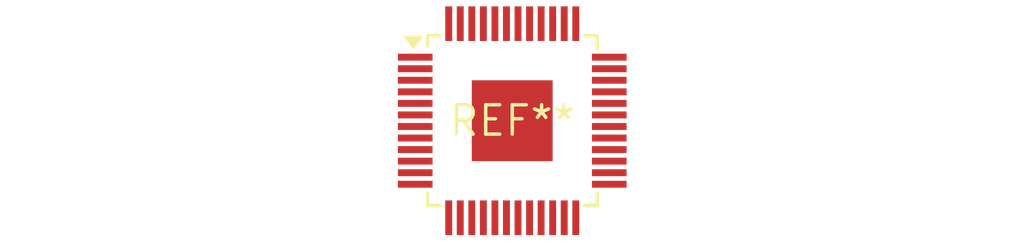
<source format=kicad_pcb>
(kicad_pcb (version 20240108) (generator pcbnew)
  (layers (0 "F.Cu" signal) (31 "B.Cu" signal) (34 "B.Paste" user) (35 "F.Paste" user) (36 "B.SilkS" user "B.Silkscreen") (37 "F.SilkS" user "F.Silkscreen") (38 "B.Mask" user) (39 "F.Mask" user) (44 "Edge.Cuts" user))
  (net 0 "")
  (footprint "TQFP-48-1EP_7x7mm_P0.5mm_EP3.5x3.5mm" (layer "F.Cu") (at 0 0)
    (property "Reference" "REF**")
    (property "Value" "TQFP-48-1EP_7x7mm_P0.5mm_EP3.5x3.5mm")
    (fp_line (start -3.675 -3.675) (end -3.675 -3.225) (layer "F.SilkS") (stroke (width 0.15)))
    (fp_line (start -3.675 -3.675) (end -3.125 -3.675) (layer "F.SilkS") (stroke (width 0.15)))
    (fp_line (start -3.675 3.675) (end -3.675 3.125) (layer "F.SilkS") (stroke (width 0.15)))
    (fp_line (start -3.675 3.675) (end -3.125 3.675) (layer "F.SilkS") (stroke (width 0.15)))
    (fp_line (start 3.675 -3.675) (end 3.125 -3.675) (layer "F.SilkS") (stroke (width 0.15)))
    (fp_line (start 3.675 -3.675) (end 3.675 -3.125) (layer "F.SilkS") (stroke (width 0.15)))
    (fp_line (start 3.675 3.675) (end 3.125 3.675) (layer "F.SilkS") (stroke (width 0.15)))
    (fp_line (start 3.675 3.675) (end 3.675 3.125) (layer "F.SilkS") (stroke (width 0.15)))
    (fp_poly (pts (xy -4.28 -3.16) (xy -4.62 -3.63) (xy -3.94 -3.63) (xy -4.28 -3.16)) (layer "F.SilkS") (stroke (width 0.12)) (fill solid))
    (pad "1" smd rect (at -4.2 -2.75) (size 1.5 0.3) (layers "F.Cu" "F.Paste" "F.Mask"))
    (pad "2" smd rect (at -4.2 -2.25) (size 1.5 0.3) (layers "F.Cu" "F.Paste" "F.Mask"))
    (pad "3" smd rect (at -4.2 -1.75) (size 1.5 0.3) (layers "F.Cu" "F.Paste" "F.Mask"))
    (pad "4" smd rect (at -4.2 -1.25) (size 1.5 0.3) (layers "F.Cu" "F.Paste" "F.Mask"))
    (pad "5" smd rect (at -4.2 -0.75) (size 1.5 0.3) (layers "F.Cu" "F.Paste" "F.Mask"))
    (pad "6" smd rect (at -4.2 -0.25) (size 1.5 0.3) (layers "F.Cu" "F.Paste" "F.Mask"))
    (pad "7" smd rect (at -4.2 0.25) (size 1.5 0.3) (layers "F.Cu" "F.Paste" "F.Mask"))
    (pad "8" smd rect (at -4.2 0.75) (size 1.5 0.3) (layers "F.Cu" "F.Paste" "F.Mask"))
    (pad "9" smd rect (at -4.2 1.25) (size 1.5 0.3) (layers "F.Cu" "F.Paste" "F.Mask"))
    (pad "10" smd rect (at -4.2 1.75) (size 1.5 0.3) (layers "F.Cu" "F.Paste" "F.Mask"))
    (pad "11" smd rect (at -4.2 2.25) (size 1.5 0.3) (layers "F.Cu" "F.Paste" "F.Mask"))
    (pad "12" smd rect (at -4.2 2.75) (size 1.5 0.3) (layers "F.Cu" "F.Paste" "F.Mask"))
    (pad "13" smd rect (at -2.75 4.2 90) (size 1.5 0.3) (layers "F.Cu" "F.Paste" "F.Mask"))
    (pad "14" smd rect (at -2.25 4.2 90) (size 1.5 0.3) (layers "F.Cu" "F.Paste" "F.Mask"))
    (pad "15" smd rect (at -1.75 4.2 90) (size 1.5 0.3) (layers "F.Cu" "F.Paste" "F.Mask"))
    (pad "16" smd rect (at -1.25 4.2 90) (size 1.5 0.3) (layers "F.Cu" "F.Paste" "F.Mask"))
    (pad "17" smd rect (at -0.75 4.2 90) (size 1.5 0.3) (layers "F.Cu" "F.Paste" "F.Mask"))
    (pad "18" smd rect (at -0.25 4.2 90) (size 1.5 0.3) (layers "F.Cu" "F.Paste" "F.Mask"))
    (pad "19" smd rect (at 0.25 4.2 90) (size 1.5 0.3) (layers "F.Cu" "F.Paste" "F.Mask"))
    (pad "20" smd rect (at 0.75 4.2 90) (size 1.5 0.3) (layers "F.Cu" "F.Paste" "F.Mask"))
    (pad "21" smd rect (at 1.25 4.2 90) (size 1.5 0.3) (layers "F.Cu" "F.Paste" "F.Mask"))
    (pad "22" smd rect (at 1.75 4.2 90) (size 1.5 0.3) (layers "F.Cu" "F.Paste" "F.Mask"))
    (pad "23" smd rect (at 2.25 4.2 90) (size 1.5 0.3) (layers "F.Cu" "F.Paste" "F.Mask"))
    (pad "24" smd rect (at 2.75 4.2 90) (size 1.5 0.3) (layers "F.Cu" "F.Paste" "F.Mask"))
    (pad "25" smd rect (at 4.2 2.75) (size 1.5 0.3) (layers "F.Cu" "F.Paste" "F.Mask"))
    (pad "26" smd rect (at 4.2 2.25) (size 1.5 0.3) (layers "F.Cu" "F.Paste" "F.Mask"))
    (pad "27" smd rect (at 4.2 1.75) (size 1.5 0.3) (layers "F.Cu" "F.Paste" "F.Mask"))
    (pad "28" smd rect (at 4.2 1.25) (size 1.5 0.3) (layers "F.Cu" "F.Paste" "F.Mask"))
    (pad "29" smd rect (at 4.2 0.75) (size 1.5 0.3) (layers "F.Cu" "F.Paste" "F.Mask"))
    (pad "30" smd rect (at 4.2 0.25) (size 1.5 0.3) (layers "F.Cu" "F.Paste" "F.Mask"))
    (pad "31" smd rect (at 4.2 -0.25) (size 1.5 0.3) (layers "F.Cu" "F.Paste" "F.Mask"))
    (pad "32" smd rect (at 4.2 -0.75) (size 1.5 0.3) (layers "F.Cu" "F.Paste" "F.Mask"))
    (pad "33" smd rect (at 4.2 -1.25) (size 1.5 0.3) (layers "F.Cu" "F.Paste" "F.Mask"))
    (pad "34" smd rect (at 4.2 -1.75) (size 1.5 0.3) (layers "F.Cu" "F.Paste" "F.Mask"))
    (pad "35" smd rect (at 4.2 -2.25) (size 1.5 0.3) (layers "F.Cu" "F.Paste" "F.Mask"))
    (pad "36" smd rect (at 4.2 -2.75) (size 1.5 0.3) (layers "F.Cu" "F.Paste" "F.Mask"))
    (pad "37" smd rect (at 2.75 -4.2 90) (size 1.5 0.3) (layers "F.Cu" "F.Paste" "F.Mask"))
    (pad "38" smd rect (at 2.25 -4.2 90) (size 1.5 0.3) (layers "F.Cu" "F.Paste" "F.Mask"))
    (pad "39" smd rect (at 1.75 -4.2 90) (size 1.5 0.3) (layers "F.Cu" "F.Paste" "F.Mask"))
    (pad "40" smd rect (at 1.25 -4.2 90) (size 1.5 0.3) (layers "F.Cu" "F.Paste" "F.Mask"))
    (pad "41" smd rect (at 0.75 -4.2 90) (size 1.5 0.3) (layers "F.Cu" "F.Paste" "F.Mask"))
    (pad "42" smd rect (at 0.25 -4.2 90) (size 1.5 0.3) (layers "F.Cu" "F.Paste" "F.Mask"))
    (pad "43" smd rect (at -0.25 -4.2 90) (size 1.5 0.3) (layers "F.Cu" "F.Paste" "F.Mask"))
    (pad "44" smd rect (at -0.75 -4.2 90) (size 1.5 0.3) (layers "F.Cu" "F.Paste" "F.Mask"))
    (pad "45" smd rect (at -1.25 -4.2 90) (size 1.5 0.3) (layers "F.Cu" "F.Paste" "F.Mask"))
    (pad "46" smd rect (at -1.75 -4.2 90) (size 1.5 0.3) (layers "F.Cu" "F.Paste" "F.Mask"))
    (pad "47" smd rect (at -2.25 -4.2 90) (size 1.5 0.3) (layers "F.Cu" "F.Paste" "F.Mask"))
    (pad "48" smd rect (at -2.75 -4.2 90) (size 1.5 0.3) (layers "F.Cu" "F.Paste" "F.Mask"))
    (pad "49" smd rect (at 0 0) (size 3.5 3.5) (layers "F.Cu" "F.Mask"))
  )
)
</source>
